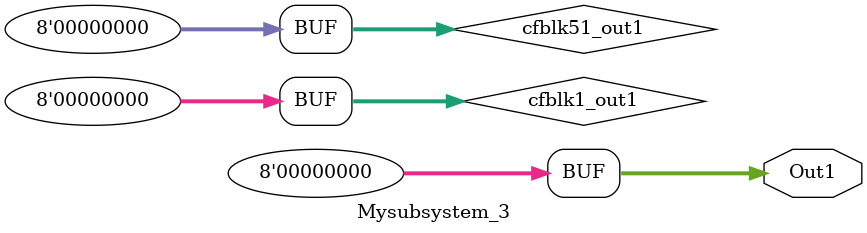
<source format=v>



`timescale 1 ns / 1 ns

module Mysubsystem_3
          (Out1);


  output  [7:0] Out1;  // uint8


  wire [7:0] cfblk1_out1;  // uint8
  wire [7:0] cfblk51_out1;  // uint8


  assign cfblk1_out1 = 8'b00000000;



  assign cfblk51_out1 = (cfblk1_out1 > 8'b00000000 ? 8'b00000001 :
              8'b00000000);



  assign Out1 = cfblk51_out1;

endmodule  // Mysubsystem_3


</source>
